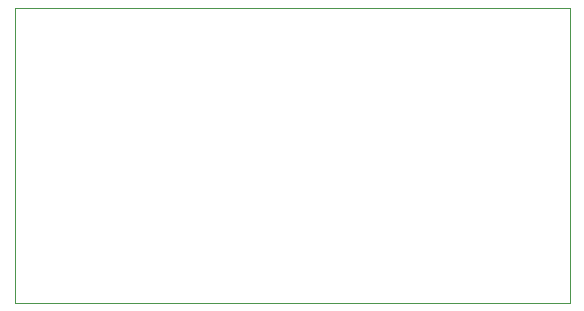
<source format=gbr>
%TF.GenerationSoftware,KiCad,Pcbnew,(6.0.5)*%
%TF.CreationDate,2022-11-14T22:05:18-05:00*%
%TF.ProjectId,IMU_Board,494d555f-426f-4617-9264-2e6b69636164,rev?*%
%TF.SameCoordinates,Original*%
%TF.FileFunction,Profile,NP*%
%FSLAX46Y46*%
G04 Gerber Fmt 4.6, Leading zero omitted, Abs format (unit mm)*
G04 Created by KiCad (PCBNEW (6.0.5)) date 2022-11-14 22:05:18*
%MOMM*%
%LPD*%
G01*
G04 APERTURE LIST*
%TA.AperFunction,Profile*%
%ADD10C,0.100000*%
%TD*%
G04 APERTURE END LIST*
D10*
X150000000Y-87000000D02*
X103000000Y-87000000D01*
X103000000Y-87000000D02*
X103000000Y-112000000D01*
X103000000Y-112000000D02*
X150000000Y-112000000D01*
X150000000Y-112000000D02*
X150000000Y-87000000D01*
M02*

</source>
